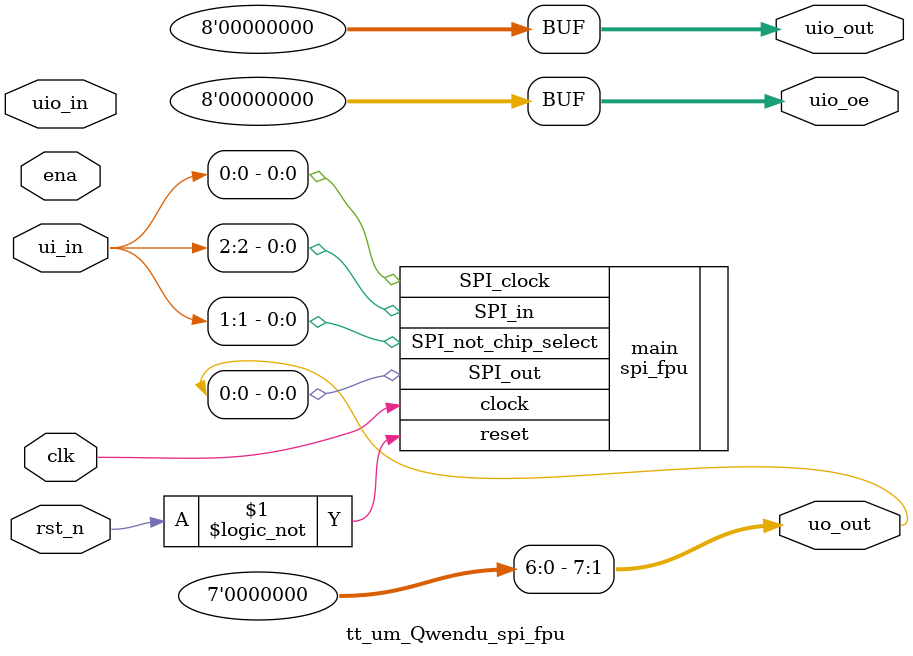
<source format=v>
/*
 * Copyright (c) 2024 Sebastian Pfeiler
 * SPDX-License-Identifier: Apache-2.0
 */

`default_nettype none

module tt_um_Qwendu_spi_fpu (
	  input  wire [7:0] ui_in,    // Dedicated inputs
	  output wire [7:0] uo_out,   // Dedicated outputs
	  input  wire [7:0] uio_in,   // IOs: Input path
	  output wire [7:0] uio_out,  // IOs: Output path
	  output wire [7:0] uio_oe,   // IOs: Enable path (active high: 0=input, 1=output)
	  input  wire       ena,      // always 1 when the design is powered, so you can ignore it
	  input  wire       clk,      // clock
	  input  wire       rst_n     // reset_n - low to reset
);
	assign uo_out[7:1]  = 7'b0;
	assign uio_out = 0;
	assign uio_oe  = 0;

	spi_fpu main(
		.clock(clk),
		.reset(!rst_n),
		.SPI_clock(ui_in[0]),
		.SPI_not_chip_select(ui_in[1]),
		.SPI_in(ui_in[2]),
		.SPI_out(uo_out[0])
	);
endmodule

</source>
